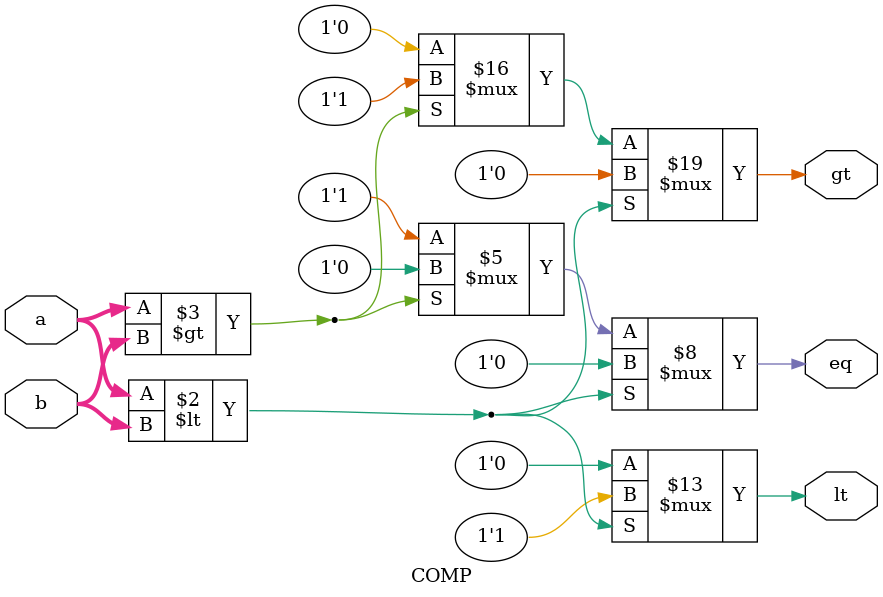
<source format=v>

module COMP #(parameter DATAWIDTH = 64)(input[DATAWIDTH-1:0]a,input[DATAWIDTH-1:0]b,output reg gt,output reg lt,output reg eq);//Comparator Module

    always @(*)begin
        if (a < b) begin
        gt <= 0;
        lt <= 1;
        eq <= 0;
        end
        else if (a > b) begin
        gt <= 1;
        lt <= 0;
        eq <= 0;
        end
        else begin
        gt <= 0;
        lt <= 0;
        eq <= 1;
        end
    end
endmodule


</source>
